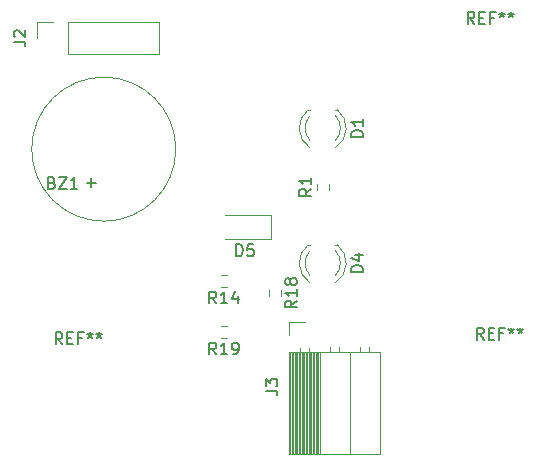
<source format=gbr>
%TF.GenerationSoftware,KiCad,Pcbnew,(6.0.8)*%
%TF.CreationDate,2022-11-06T10:20:19-05:00*%
%TF.ProjectId,SE,53452e6b-6963-4616-945f-706362585858,rev?*%
%TF.SameCoordinates,Original*%
%TF.FileFunction,Legend,Top*%
%TF.FilePolarity,Positive*%
%FSLAX46Y46*%
G04 Gerber Fmt 4.6, Leading zero omitted, Abs format (unit mm)*
G04 Created by KiCad (PCBNEW (6.0.8)) date 2022-11-06 10:20:19*
%MOMM*%
%LPD*%
G01*
G04 APERTURE LIST*
%ADD10C,0.150000*%
%ADD11C,0.120000*%
G04 APERTURE END LIST*
D10*
%TO.C,D5*%
X54125904Y-56300380D02*
X54125904Y-55300380D01*
X54364000Y-55300380D01*
X54506857Y-55348000D01*
X54602095Y-55443238D01*
X54649714Y-55538476D01*
X54697333Y-55728952D01*
X54697333Y-55871809D01*
X54649714Y-56062285D01*
X54602095Y-56157523D01*
X54506857Y-56252761D01*
X54364000Y-56300380D01*
X54125904Y-56300380D01*
X55602095Y-55300380D02*
X55125904Y-55300380D01*
X55078285Y-55776571D01*
X55125904Y-55728952D01*
X55221142Y-55681333D01*
X55459238Y-55681333D01*
X55554476Y-55728952D01*
X55602095Y-55776571D01*
X55649714Y-55871809D01*
X55649714Y-56109904D01*
X55602095Y-56205142D01*
X55554476Y-56252761D01*
X55459238Y-56300380D01*
X55221142Y-56300380D01*
X55125904Y-56252761D01*
X55078285Y-56205142D01*
%TO.C,R14*%
X52443142Y-60302380D02*
X52109809Y-59826190D01*
X51871714Y-60302380D02*
X51871714Y-59302380D01*
X52252666Y-59302380D01*
X52347904Y-59350000D01*
X52395523Y-59397619D01*
X52443142Y-59492857D01*
X52443142Y-59635714D01*
X52395523Y-59730952D01*
X52347904Y-59778571D01*
X52252666Y-59826190D01*
X51871714Y-59826190D01*
X53395523Y-60302380D02*
X52824095Y-60302380D01*
X53109809Y-60302380D02*
X53109809Y-59302380D01*
X53014571Y-59445238D01*
X52919333Y-59540476D01*
X52824095Y-59588095D01*
X54252666Y-59635714D02*
X54252666Y-60302380D01*
X54014571Y-59254761D02*
X53776476Y-59969047D01*
X54395523Y-59969047D01*
%TO.C,BZ1*%
X38555047Y-50082571D02*
X38697904Y-50130190D01*
X38745523Y-50177809D01*
X38793142Y-50273047D01*
X38793142Y-50415904D01*
X38745523Y-50511142D01*
X38697904Y-50558761D01*
X38602666Y-50606380D01*
X38221714Y-50606380D01*
X38221714Y-49606380D01*
X38555047Y-49606380D01*
X38650285Y-49654000D01*
X38697904Y-49701619D01*
X38745523Y-49796857D01*
X38745523Y-49892095D01*
X38697904Y-49987333D01*
X38650285Y-50034952D01*
X38555047Y-50082571D01*
X38221714Y-50082571D01*
X39126476Y-49606380D02*
X39793142Y-49606380D01*
X39126476Y-50606380D01*
X39793142Y-50606380D01*
X40697904Y-50606380D02*
X40126476Y-50606380D01*
X40412190Y-50606380D02*
X40412190Y-49606380D01*
X40316952Y-49749238D01*
X40221714Y-49844476D01*
X40126476Y-49892095D01*
X41505047Y-50105428D02*
X42266952Y-50105428D01*
X41886000Y-50486380D02*
X41886000Y-49724476D01*
%TO.C,J3*%
X56626380Y-67693333D02*
X57340666Y-67693333D01*
X57483523Y-67740952D01*
X57578761Y-67836190D01*
X57626380Y-67979047D01*
X57626380Y-68074285D01*
X56626380Y-67312380D02*
X56626380Y-66693333D01*
X57007333Y-67026666D01*
X57007333Y-66883809D01*
X57054952Y-66788571D01*
X57102571Y-66740952D01*
X57197809Y-66693333D01*
X57435904Y-66693333D01*
X57531142Y-66740952D01*
X57578761Y-66788571D01*
X57626380Y-66883809D01*
X57626380Y-67169523D01*
X57578761Y-67264761D01*
X57531142Y-67312380D01*
%TO.C,R19*%
X52443142Y-64620380D02*
X52109809Y-64144190D01*
X51871714Y-64620380D02*
X51871714Y-63620380D01*
X52252666Y-63620380D01*
X52347904Y-63668000D01*
X52395523Y-63715619D01*
X52443142Y-63810857D01*
X52443142Y-63953714D01*
X52395523Y-64048952D01*
X52347904Y-64096571D01*
X52252666Y-64144190D01*
X51871714Y-64144190D01*
X53395523Y-64620380D02*
X52824095Y-64620380D01*
X53109809Y-64620380D02*
X53109809Y-63620380D01*
X53014571Y-63763238D01*
X52919333Y-63858476D01*
X52824095Y-63906095D01*
X53871714Y-64620380D02*
X54062190Y-64620380D01*
X54157428Y-64572761D01*
X54205047Y-64525142D01*
X54300285Y-64382285D01*
X54347904Y-64191809D01*
X54347904Y-63810857D01*
X54300285Y-63715619D01*
X54252666Y-63668000D01*
X54157428Y-63620380D01*
X53966952Y-63620380D01*
X53871714Y-63668000D01*
X53824095Y-63715619D01*
X53776476Y-63810857D01*
X53776476Y-64048952D01*
X53824095Y-64144190D01*
X53871714Y-64191809D01*
X53966952Y-64239428D01*
X54157428Y-64239428D01*
X54252666Y-64191809D01*
X54300285Y-64144190D01*
X54347904Y-64048952D01*
%TO.C,REF\u002A\u002A*%
X39426666Y-63762380D02*
X39093333Y-63286190D01*
X38855238Y-63762380D02*
X38855238Y-62762380D01*
X39236190Y-62762380D01*
X39331428Y-62810000D01*
X39379047Y-62857619D01*
X39426666Y-62952857D01*
X39426666Y-63095714D01*
X39379047Y-63190952D01*
X39331428Y-63238571D01*
X39236190Y-63286190D01*
X38855238Y-63286190D01*
X39855238Y-63238571D02*
X40188571Y-63238571D01*
X40331428Y-63762380D02*
X39855238Y-63762380D01*
X39855238Y-62762380D01*
X40331428Y-62762380D01*
X41093333Y-63238571D02*
X40760000Y-63238571D01*
X40760000Y-63762380D02*
X40760000Y-62762380D01*
X41236190Y-62762380D01*
X41760000Y-62762380D02*
X41760000Y-63000476D01*
X41521904Y-62905238D02*
X41760000Y-63000476D01*
X41998095Y-62905238D01*
X41617142Y-63190952D02*
X41760000Y-63000476D01*
X41902857Y-63190952D01*
X42521904Y-62762380D02*
X42521904Y-63000476D01*
X42283809Y-62905238D02*
X42521904Y-63000476D01*
X42760000Y-62905238D01*
X42379047Y-63190952D02*
X42521904Y-63000476D01*
X42664761Y-63190952D01*
%TO.C,R18*%
X59286380Y-60078857D02*
X58810190Y-60412190D01*
X59286380Y-60650285D02*
X58286380Y-60650285D01*
X58286380Y-60269333D01*
X58334000Y-60174095D01*
X58381619Y-60126476D01*
X58476857Y-60078857D01*
X58619714Y-60078857D01*
X58714952Y-60126476D01*
X58762571Y-60174095D01*
X58810190Y-60269333D01*
X58810190Y-60650285D01*
X59286380Y-59126476D02*
X59286380Y-59697904D01*
X59286380Y-59412190D02*
X58286380Y-59412190D01*
X58429238Y-59507428D01*
X58524476Y-59602666D01*
X58572095Y-59697904D01*
X58714952Y-58555047D02*
X58667333Y-58650285D01*
X58619714Y-58697904D01*
X58524476Y-58745523D01*
X58476857Y-58745523D01*
X58381619Y-58697904D01*
X58334000Y-58650285D01*
X58286380Y-58555047D01*
X58286380Y-58364571D01*
X58334000Y-58269333D01*
X58381619Y-58221714D01*
X58476857Y-58174095D01*
X58524476Y-58174095D01*
X58619714Y-58221714D01*
X58667333Y-58269333D01*
X58714952Y-58364571D01*
X58714952Y-58555047D01*
X58762571Y-58650285D01*
X58810190Y-58697904D01*
X58905428Y-58745523D01*
X59095904Y-58745523D01*
X59191142Y-58697904D01*
X59238761Y-58650285D01*
X59286380Y-58555047D01*
X59286380Y-58364571D01*
X59238761Y-58269333D01*
X59191142Y-58221714D01*
X59095904Y-58174095D01*
X58905428Y-58174095D01*
X58810190Y-58221714D01*
X58762571Y-58269333D01*
X58714952Y-58364571D01*
%TO.C,J2*%
X35300380Y-38154333D02*
X36014666Y-38154333D01*
X36157523Y-38201952D01*
X36252761Y-38297190D01*
X36300380Y-38440047D01*
X36300380Y-38535285D01*
X35395619Y-37725761D02*
X35348000Y-37678142D01*
X35300380Y-37582904D01*
X35300380Y-37344809D01*
X35348000Y-37249571D01*
X35395619Y-37201952D01*
X35490857Y-37154333D01*
X35586095Y-37154333D01*
X35728952Y-37201952D01*
X36300380Y-37773380D01*
X36300380Y-37154333D01*
%TO.C,R1*%
X60490380Y-50609166D02*
X60014190Y-50942500D01*
X60490380Y-51180595D02*
X59490380Y-51180595D01*
X59490380Y-50799642D01*
X59538000Y-50704404D01*
X59585619Y-50656785D01*
X59680857Y-50609166D01*
X59823714Y-50609166D01*
X59918952Y-50656785D01*
X59966571Y-50704404D01*
X60014190Y-50799642D01*
X60014190Y-51180595D01*
X60490380Y-49656785D02*
X60490380Y-50228214D01*
X60490380Y-49942500D02*
X59490380Y-49942500D01*
X59633238Y-50037738D01*
X59728476Y-50132976D01*
X59776095Y-50228214D01*
%TO.C,D1*%
X64880380Y-46199095D02*
X63880380Y-46199095D01*
X63880380Y-45961000D01*
X63928000Y-45818142D01*
X64023238Y-45722904D01*
X64118476Y-45675285D01*
X64308952Y-45627666D01*
X64451809Y-45627666D01*
X64642285Y-45675285D01*
X64737523Y-45722904D01*
X64832761Y-45818142D01*
X64880380Y-45961000D01*
X64880380Y-46199095D01*
X64880380Y-44675285D02*
X64880380Y-45246714D01*
X64880380Y-44961000D02*
X63880380Y-44961000D01*
X64023238Y-45056238D01*
X64118476Y-45151476D01*
X64166095Y-45246714D01*
%TO.C,REF\u002A\u002A*%
X74296666Y-36622380D02*
X73963333Y-36146190D01*
X73725238Y-36622380D02*
X73725238Y-35622380D01*
X74106190Y-35622380D01*
X74201428Y-35670000D01*
X74249047Y-35717619D01*
X74296666Y-35812857D01*
X74296666Y-35955714D01*
X74249047Y-36050952D01*
X74201428Y-36098571D01*
X74106190Y-36146190D01*
X73725238Y-36146190D01*
X74725238Y-36098571D02*
X75058571Y-36098571D01*
X75201428Y-36622380D02*
X74725238Y-36622380D01*
X74725238Y-35622380D01*
X75201428Y-35622380D01*
X75963333Y-36098571D02*
X75630000Y-36098571D01*
X75630000Y-36622380D02*
X75630000Y-35622380D01*
X76106190Y-35622380D01*
X76630000Y-35622380D02*
X76630000Y-35860476D01*
X76391904Y-35765238D02*
X76630000Y-35860476D01*
X76868095Y-35765238D01*
X76487142Y-36050952D02*
X76630000Y-35860476D01*
X76772857Y-36050952D01*
X77391904Y-35622380D02*
X77391904Y-35860476D01*
X77153809Y-35765238D02*
X77391904Y-35860476D01*
X77630000Y-35765238D01*
X77249047Y-36050952D02*
X77391904Y-35860476D01*
X77534761Y-36050952D01*
%TO.C,D4*%
X64880380Y-57629095D02*
X63880380Y-57629095D01*
X63880380Y-57391000D01*
X63928000Y-57248142D01*
X64023238Y-57152904D01*
X64118476Y-57105285D01*
X64308952Y-57057666D01*
X64451809Y-57057666D01*
X64642285Y-57105285D01*
X64737523Y-57152904D01*
X64832761Y-57248142D01*
X64880380Y-57391000D01*
X64880380Y-57629095D01*
X64213714Y-56200523D02*
X64880380Y-56200523D01*
X63832761Y-56438619D02*
X64547047Y-56676714D01*
X64547047Y-56057666D01*
%TO.C,REF\u002A\u002A*%
X75096666Y-63362380D02*
X74763333Y-62886190D01*
X74525238Y-63362380D02*
X74525238Y-62362380D01*
X74906190Y-62362380D01*
X75001428Y-62410000D01*
X75049047Y-62457619D01*
X75096666Y-62552857D01*
X75096666Y-62695714D01*
X75049047Y-62790952D01*
X75001428Y-62838571D01*
X74906190Y-62886190D01*
X74525238Y-62886190D01*
X75525238Y-62838571D02*
X75858571Y-62838571D01*
X76001428Y-63362380D02*
X75525238Y-63362380D01*
X75525238Y-62362380D01*
X76001428Y-62362380D01*
X76763333Y-62838571D02*
X76430000Y-62838571D01*
X76430000Y-63362380D02*
X76430000Y-62362380D01*
X76906190Y-62362380D01*
X77430000Y-62362380D02*
X77430000Y-62600476D01*
X77191904Y-62505238D02*
X77430000Y-62600476D01*
X77668095Y-62505238D01*
X77287142Y-62790952D02*
X77430000Y-62600476D01*
X77572857Y-62790952D01*
X78191904Y-62362380D02*
X78191904Y-62600476D01*
X77953809Y-62505238D02*
X78191904Y-62600476D01*
X78430000Y-62505238D01*
X78049047Y-62790952D02*
X78191904Y-62600476D01*
X78334761Y-62790952D01*
D11*
%TO.C,D5*%
X57114000Y-54848000D02*
X57114000Y-52848000D01*
X57114000Y-54848000D02*
X53214000Y-54848000D01*
X57114000Y-52848000D02*
X53214000Y-52848000D01*
%TO.C,R14*%
X53340724Y-58942500D02*
X52831276Y-58942500D01*
X53340724Y-57897500D02*
X52831276Y-57897500D01*
%TO.C,BZ1*%
X49026000Y-47244000D02*
G75*
G03*
X49026000Y-47244000I-6100000J0D01*
G01*
%TO.C,J3*%
X58614000Y-73070000D02*
X58614000Y-64440000D01*
X58970190Y-73070000D02*
X58970190Y-64440000D01*
X60304000Y-64440000D02*
X60304000Y-64090000D01*
X59796855Y-73070000D02*
X59796855Y-64440000D01*
X62844000Y-64440000D02*
X62844000Y-64030000D01*
X58614000Y-73070000D02*
X66354000Y-73070000D01*
X60859710Y-73070000D02*
X60859710Y-64440000D01*
X58852095Y-73070000D02*
X58852095Y-64440000D01*
X58734000Y-73070000D02*
X58734000Y-64440000D01*
X64664000Y-64440000D02*
X64664000Y-64030000D01*
X66354000Y-73070000D02*
X66354000Y-64440000D01*
X60977805Y-73070000D02*
X60977805Y-64440000D01*
X59678760Y-73070000D02*
X59678760Y-64440000D01*
X63754000Y-73070000D02*
X63754000Y-64440000D01*
X61214000Y-73070000D02*
X61214000Y-64440000D01*
X59584000Y-64440000D02*
X59584000Y-64090000D01*
X60387330Y-73070000D02*
X60387330Y-64440000D01*
X60505425Y-73070000D02*
X60505425Y-64440000D01*
X59914950Y-73070000D02*
X59914950Y-64440000D01*
X59088285Y-73070000D02*
X59088285Y-64440000D01*
X60033045Y-73070000D02*
X60033045Y-64440000D01*
X59324475Y-73070000D02*
X59324475Y-64440000D01*
X59442570Y-73070000D02*
X59442570Y-64440000D01*
X62124000Y-64440000D02*
X62124000Y-64030000D01*
X59206380Y-73070000D02*
X59206380Y-64440000D01*
X65384000Y-64440000D02*
X65384000Y-64030000D01*
X60151140Y-73070000D02*
X60151140Y-64440000D01*
X58614000Y-61870000D02*
X59944000Y-61870000D01*
X60269235Y-73070000D02*
X60269235Y-64440000D01*
X59560665Y-73070000D02*
X59560665Y-64440000D01*
X60623520Y-73070000D02*
X60623520Y-64440000D01*
X58614000Y-62980000D02*
X58614000Y-61870000D01*
X60741615Y-73070000D02*
X60741615Y-64440000D01*
X58614000Y-64440000D02*
X66354000Y-64440000D01*
X61095900Y-73070000D02*
X61095900Y-64440000D01*
%TO.C,R19*%
X53340724Y-62215500D02*
X52831276Y-62215500D01*
X53340724Y-63260500D02*
X52831276Y-63260500D01*
%TO.C,R18*%
X57926500Y-59181276D02*
X57926500Y-59690724D01*
X56881500Y-59181276D02*
X56881500Y-59690724D01*
%TO.C,J2*%
X39888000Y-39151000D02*
X39888000Y-36491000D01*
X37288000Y-36491000D02*
X38618000Y-36491000D01*
X39888000Y-36491000D02*
X47568000Y-36491000D01*
X39888000Y-39151000D02*
X47568000Y-39151000D01*
X47568000Y-39151000D02*
X47568000Y-36491000D01*
X37288000Y-37821000D02*
X37288000Y-36491000D01*
%TO.C,R1*%
X61990500Y-50697224D02*
X61990500Y-50187776D01*
X60945500Y-50697224D02*
X60945500Y-50187776D01*
%TO.C,D1*%
X60388000Y-43901000D02*
X60232000Y-43901000D01*
X62704000Y-43901000D02*
X62548000Y-43901000D01*
X62547837Y-46502130D02*
G75*
G03*
X62548000Y-44420039I-1079837J1041130D01*
G01*
X62546608Y-47133335D02*
G75*
G03*
X62703516Y-43901000I-1078608J1672335D01*
G01*
X60232484Y-43901000D02*
G75*
G03*
X60389392Y-47133335I1235516J-1560000D01*
G01*
X60388000Y-44420039D02*
G75*
G03*
X60388163Y-46502130I1080000J-1040961D01*
G01*
%TO.C,D4*%
X62704000Y-55331000D02*
X62548000Y-55331000D01*
X60388000Y-55331000D02*
X60232000Y-55331000D01*
X60232484Y-55331000D02*
G75*
G03*
X60389392Y-58563335I1235516J-1560000D01*
G01*
X60388000Y-55850039D02*
G75*
G03*
X60388163Y-57932130I1080000J-1040961D01*
G01*
X62547837Y-57932130D02*
G75*
G03*
X62548000Y-55850039I-1079837J1041130D01*
G01*
X62546608Y-58563335D02*
G75*
G03*
X62703516Y-55331000I-1078608J1672335D01*
G01*
%TD*%
M02*

</source>
